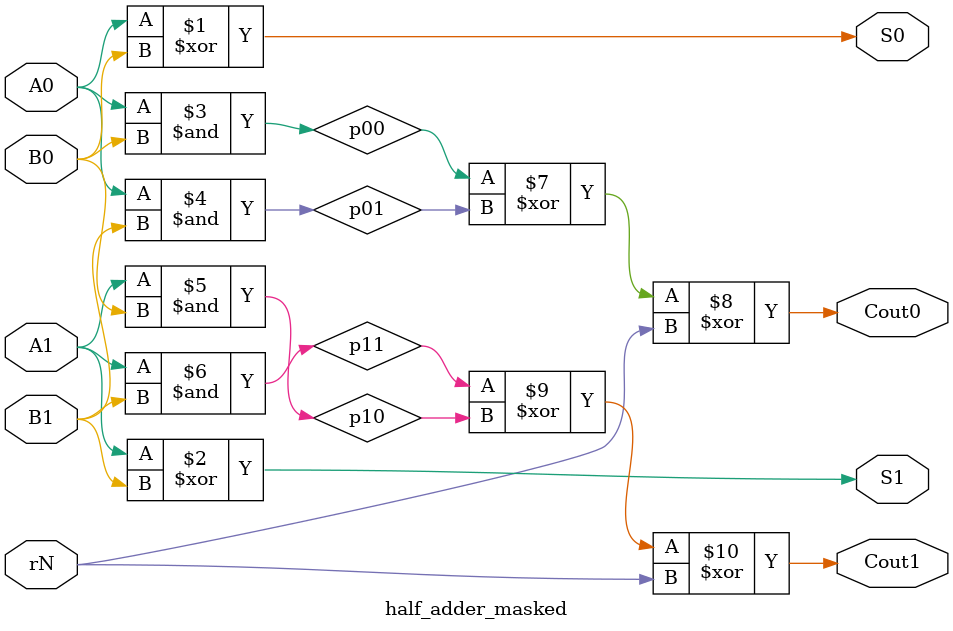
<source format=v>
module half_adder_masked (
  input  wire A0,
  input  wire A1,
  input  wire B0,
  input  wire B1,
  input  wire rN,
  output wire S0,
  output wire S1,
  output wire Cout0,
  output wire Cout1
);

  // Sum (linear)
  assign S0 = A0 ^ B0;
  assign S1 = A1 ^ B1;

  // Carry (masked AND)
  wire p00, p01, p10, p11;
  assign p00 = A0 & B0;
  assign p01 = A0 & B1;
  assign p10 = A1 & B0;
  assign p11 = A1 & B1;

  assign Cout0 = p00 ^ p01 ^ rN;
  assign Cout1 = p11 ^ p10 ^ rN;

endmodule

</source>
